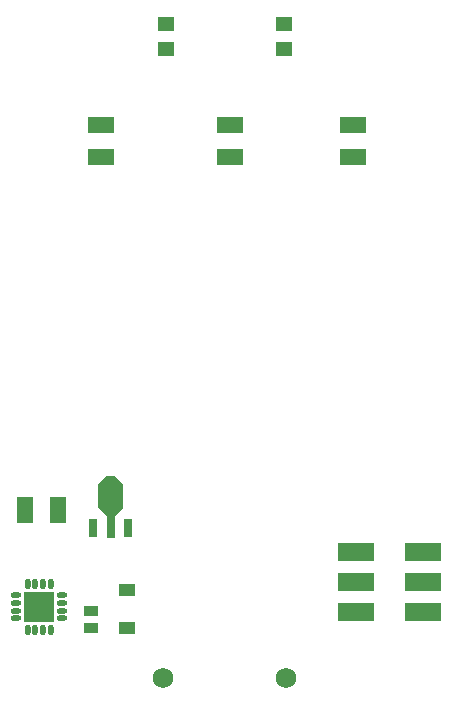
<source format=gbr>
%TF.GenerationSoftware,Altium Limited,Altium Designer,20.0.14 (345)*%
G04 Layer_Color=8388736*
%FSLAX45Y45*%
%MOMM*%
%TF.FileFunction,Soldermask,Top*%
%TF.Part,Single*%
G01*
G75*
%TA.AperFunction,ComponentPad*%
%ADD26C,1.72720*%
%TA.AperFunction,ViaPad*%
%ADD27C,0.70320*%
%TA.AperFunction,SMDPad,CuDef*%
%ADD31O,0.90320X0.50320*%
%ADD32O,0.50320X0.90320*%
%ADD33R,2.60320X2.60320*%
%ADD34R,2.20320X1.45320*%
%ADD35R,1.40320X1.30320*%
%ADD36R,1.20320X0.90320*%
%ADD37R,3.05320X1.55320*%
%ADD38R,1.45320X2.20320*%
%ADD39R,0.80320X1.60320*%
%ADD40R,0.80320X2.00320*%
%ADD41R,1.35320X1.05320*%
G36*
X1062429Y2027595D02*
X1063735Y2027335D01*
X1064997Y2026907D01*
X1066191Y2026318D01*
X1067298Y2025578D01*
X1068300Y2024700D01*
X1133300Y1959700D01*
X1134178Y1958698D01*
X1134918Y1957591D01*
X1135507Y1956397D01*
X1135935Y1955135D01*
X1136195Y1953829D01*
X1136282Y1952500D01*
Y1762500D01*
X1136195Y1761171D01*
X1135935Y1759865D01*
X1135507Y1758603D01*
X1134918Y1757409D01*
X1134178Y1756302D01*
X1133300Y1755300D01*
X1068300Y1690300D01*
X1067298Y1689422D01*
X1066191Y1688682D01*
X1064997Y1688093D01*
X1063735Y1687665D01*
X1062429Y1687405D01*
X1061100Y1687318D01*
X1001100D01*
X999771Y1687405D01*
X998465Y1687665D01*
X997203Y1688093D01*
X996009Y1688682D01*
X994902Y1689422D01*
X993900Y1690300D01*
X928900Y1755300D01*
X928022Y1756302D01*
X927282Y1757409D01*
X926693Y1758603D01*
X926265Y1759865D01*
X926005Y1761171D01*
X925918Y1762500D01*
Y1952500D01*
X926005Y1953829D01*
X926265Y1955135D01*
X926693Y1956397D01*
X927282Y1957591D01*
X928022Y1958698D01*
X928900Y1959700D01*
X993900Y2024700D01*
X994902Y2025578D01*
X996009Y2026318D01*
X997203Y2026907D01*
X998465Y2027335D01*
X999771Y2027595D01*
X1001100Y2027682D01*
X1061100D01*
X1062429Y2027595D01*
D02*
G37*
D26*
X1473900Y317500D02*
D03*
X2513900D02*
D03*
D27*
X369700Y973900D02*
D03*
X479700D02*
D03*
X369700Y863900D02*
D03*
X479700D02*
D03*
D31*
X229700Y1016400D02*
D03*
Y951400D02*
D03*
Y886400D02*
D03*
Y821400D02*
D03*
X619700D02*
D03*
Y886400D02*
D03*
Y951400D02*
D03*
Y1016400D02*
D03*
D32*
X327200Y723900D02*
D03*
X392200D02*
D03*
X457200D02*
D03*
X522200D02*
D03*
Y1113900D02*
D03*
X457200D02*
D03*
X392200D02*
D03*
X327200D02*
D03*
D33*
X424700Y918900D02*
D03*
D34*
X3086100Y5001600D02*
D03*
Y4726600D02*
D03*
X2044700Y4726600D02*
D03*
Y5001600D02*
D03*
X952500Y4726600D02*
D03*
Y5001600D02*
D03*
D35*
X1500000Y5852400D02*
D03*
Y5642400D02*
D03*
X2500000Y5852400D02*
D03*
Y5642400D02*
D03*
D36*
X863600Y742800D02*
D03*
Y882800D02*
D03*
D37*
X3105900Y1380300D02*
D03*
Y1130300D02*
D03*
Y880300D02*
D03*
X3675900D02*
D03*
Y1130300D02*
D03*
Y1380300D02*
D03*
D38*
X307000Y1739900D02*
D03*
X582000D02*
D03*
D39*
X881100Y1587500D02*
D03*
X1181100D02*
D03*
D40*
X1031100Y1607500D02*
D03*
D41*
X1168400Y1061700D02*
D03*
Y741700D02*
D03*
%TF.MD5,cbf416919446b797904fe263bfe4ab6e*%
M02*

</source>
